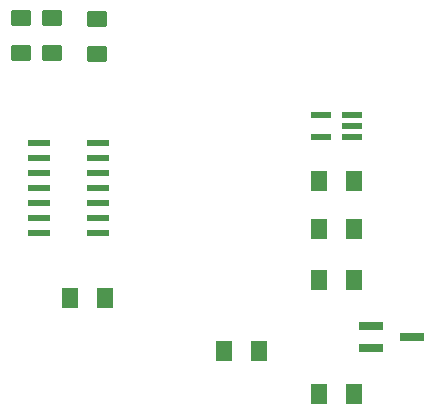
<source format=gbr>
G04 #@! TF.GenerationSoftware,KiCad,Pcbnew,(6.0.7)*
G04 #@! TF.CreationDate,2022-11-03T11:15:43-07:00*
G04 #@! TF.ProjectId,alpha29_pmw3360,616c7068-6132-4395-9f70-6d7733333630,rev?*
G04 #@! TF.SameCoordinates,Original*
G04 #@! TF.FileFunction,Paste,Bot*
G04 #@! TF.FilePolarity,Positive*
%FSLAX46Y46*%
G04 Gerber Fmt 4.6, Leading zero omitted, Abs format (unit mm)*
G04 Created by KiCad (PCBNEW (6.0.7)) date 2022-11-03 11:15:43*
%MOMM*%
%LPD*%
G01*
G04 APERTURE LIST*
G04 Aperture macros list*
%AMRoundRect*
0 Rectangle with rounded corners*
0 $1 Rounding radius*
0 $2 $3 $4 $5 $6 $7 $8 $9 X,Y pos of 4 corners*
0 Add a 4 corners polygon primitive as box body*
4,1,4,$2,$3,$4,$5,$6,$7,$8,$9,$2,$3,0*
0 Add four circle primitives for the rounded corners*
1,1,$1+$1,$2,$3*
1,1,$1+$1,$4,$5*
1,1,$1+$1,$6,$7*
1,1,$1+$1,$8,$9*
0 Add four rect primitives between the rounded corners*
20,1,$1+$1,$2,$3,$4,$5,0*
20,1,$1+$1,$4,$5,$6,$7,0*
20,1,$1+$1,$6,$7,$8,$9,0*
20,1,$1+$1,$8,$9,$2,$3,0*%
G04 Aperture macros list end*
%ADD10RoundRect,0.250001X-0.462499X-0.624999X0.462499X-0.624999X0.462499X0.624999X-0.462499X0.624999X0*%
%ADD11R,1.970000X0.600000*%
%ADD12RoundRect,0.250001X0.462499X0.624999X-0.462499X0.624999X-0.462499X-0.624999X0.462499X-0.624999X0*%
%ADD13R,2.000000X0.650000*%
%ADD14R,1.800000X0.600000*%
%ADD15RoundRect,0.250001X-0.624999X0.462499X-0.624999X-0.462499X0.624999X-0.462499X0.624999X0.462499X0*%
%ADD16RoundRect,0.250001X0.624999X-0.462499X0.624999X0.462499X-0.624999X0.462499X-0.624999X-0.462499X0*%
G04 APERTURE END LIST*
D10*
X340432500Y-143071000D03*
X343407500Y-143071000D03*
D11*
X321685000Y-135817000D03*
X321685000Y-137087000D03*
X321685000Y-138357000D03*
X321685000Y-139627000D03*
X321685000Y-140897000D03*
X321685000Y-142167000D03*
X321685000Y-143437000D03*
X316735000Y-143437000D03*
X316735000Y-142167000D03*
X316735000Y-140897000D03*
X316735000Y-139627000D03*
X316735000Y-138357000D03*
X316735000Y-137087000D03*
X316735000Y-135817000D03*
D12*
X322325500Y-148913000D03*
X319350500Y-148913000D03*
D13*
X344850000Y-153177000D03*
X344850000Y-151277000D03*
X348270000Y-152227000D03*
D12*
X343407500Y-157041000D03*
X340432500Y-157041000D03*
D14*
X343160000Y-133427000D03*
X343160000Y-134377000D03*
X343160000Y-135327000D03*
X340560000Y-135327000D03*
X340560000Y-133427000D03*
D12*
X343407500Y-139007000D03*
X340432500Y-139007000D03*
D15*
X317800000Y-125227000D03*
X317800000Y-128202000D03*
D16*
X321600000Y-128252000D03*
X321600000Y-125277000D03*
X315150000Y-128202000D03*
X315150000Y-125227000D03*
D12*
X343407500Y-147389000D03*
X340432500Y-147389000D03*
D10*
X332322500Y-153427000D03*
X335297500Y-153427000D03*
M02*

</source>
